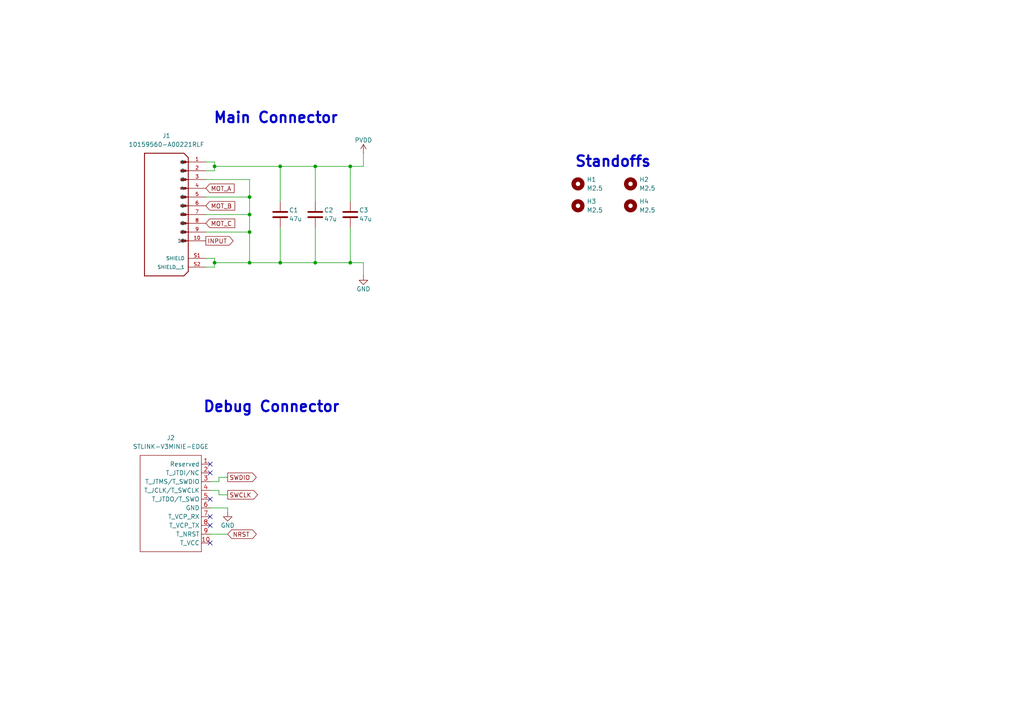
<source format=kicad_sch>
(kicad_sch (version 20231120) (generator "eeschema") (generator_version "8.0")
  (paper "A4")
  (title_block (title "Easy BLDC") (date "2024-08-06") (rev "2.0") (company "Peter Buckley Engineering"))
  (lib_symbols
    (symbol "Device:C" (pin_numbers hide) (pin_names (offset 0.254))
      (property "Reference" "C" (at 0.635 2.54 0))
      (property "Value" "C" (at 0.635 -2.54 0))
      (symbol "C_0_1"
        (polyline (pts (xy -2.032 -0.762) (xy 2.032 -0.762)) (stroke (width 0.508)))
        (polyline (pts (xy -2.032 0.762) (xy 2.032 0.762)) (stroke (width 0.508)))
      )
      (symbol "C_1_1"
        (pin passive line (at 0 3.81 270) (length 2.794) (name "~") (number "1"))
        (pin passive line (at 0 -3.81 90) (length 2.794) (name "~") (number "2"))
      )
    )
    (symbol "EasyBLDC:10159560-A00221RLF" (pin_names (offset 1.016))
      (property "Reference" "J" (at 0 16.51 0))
      (property "Value" "10159560-A00221RLF" (at 0 -22.86 0))
      (symbol "10159560-A00221RLF_0_0"
        (polyline (pts (xy 0 -19.05) (xy 1.27 -20.32)) (stroke (width 0.254)))
        (polyline (pts (xy 0 -10.16) (xy 1.905 -10.16)) (stroke (width 0.254)))
        (polyline (pts (xy 0 -7.62) (xy 1.905 -7.62)) (stroke (width 0.254)))
        (polyline (pts (xy 0 -5.08) (xy 1.905 -5.08)) (stroke (width 0.254)))
        (polyline (pts (xy 0 -2.54) (xy 1.905 -2.54)) (stroke (width 0.254)))
        (polyline (pts (xy 0 0) (xy 1.905 0)) (stroke (width 0.254)))
        (polyline (pts (xy 0 2.54) (xy 1.905 2.54)) (stroke (width 0.254)))
        (polyline (pts (xy 0 5.08) (xy 1.905 5.08)) (stroke (width 0.254)))
        (polyline (pts (xy 0 7.62) (xy 1.905 7.62)) (stroke (width 0.254)))
        (polyline (pts (xy 0 10.16) (xy 1.905 10.16)) (stroke (width 0.254)))
        (polyline (pts (xy 0 12.7) (xy 0 -19.05)) (stroke (width 0.254)))
        (polyline (pts (xy 0 12.7) (xy 1.905 12.7)) (stroke (width 0.254)))
        (polyline (pts (xy 0 13.97) (xy 0 12.7)) (stroke (width 0.254)))
        (polyline (pts (xy 0 13.97) (xy 1.27 15.24)) (stroke (width 0.254)))
        (polyline (pts (xy 1.27 -20.32) (xy 12.7 -20.32)) (stroke (width 0.254)))
        (polyline (pts (xy 12.7 -20.32) (xy 12.7 15.24)) (stroke (width 0.254)))
        (polyline (pts (xy 12.7 15.24) (xy 1.27 15.24)) (stroke (width 0.254)))
        (rectangle (start 0.635 -10.4775) (end 2.2225 -9.8425) (stroke (width 0.1)) (fill (type outline)))
        (rectangle (start 0.635 -7.9375) (end 2.2225 -7.3025) (stroke (width 0.1)) (fill (type outline)))
        (rectangle (start 0.635 -5.3975) (end 2.2225 -4.7625) (stroke (width 0.1)) (fill (type outline)))
        (rectangle (start 0.635 -2.8575) (end 2.2225 -2.2225) (stroke (width 0.1)) (fill (type outline)))
        (rectangle (start 0.635 -0.3175) (end 2.2225 0.3175) (stroke (width 0.1)) (fill (type outline)))
        (rectangle (start 0.635 2.2225) (end 2.2225 2.8575) (stroke (width 0.1)) (fill (type outline)))
        (rectangle (start 0.635 4.7625) (end 2.2225 5.3975) (stroke (width 0.1)) (fill (type outline)))
        (rectangle (start 0.635 7.3025) (end 2.2225 7.9375) (stroke (width 0.1)) (fill (type outline)))
        (rectangle (start 0.635 9.8425) (end 2.2225 10.4775) (stroke (width 0.1)) (fill (type outline)))
        (rectangle (start 0.635 12.3825) (end 2.2225 13.0175) (stroke (width 0.1)) (fill (type outline)))
        (pin power_in line (at -5.08 12.7 0) (length 5.08) (name "1") (number "1"))
        (pin power_in line (at -5.08 -10.16 0) (length 5.08) (name "10") (number "10"))
        (pin power_in line (at -5.08 10.16 0) (length 5.08) (name "2") (number "2"))
        (pin power_in line (at -5.08 7.62 0) (length 5.08) (name "3") (number "3"))
        (pin power_in line (at -5.08 5.08 0) (length 5.08) (name "4") (number "4"))
        (pin power_in line (at -5.08 2.54 0) (length 5.08) (name "5") (number "5"))
        (pin power_in line (at -5.08 0 0) (length 5.08) (name "6") (number "6"))
        (pin power_in line (at -5.08 -2.54 0) (length 5.08) (name "7") (number "7"))
        (pin power_in line (at -5.08 -5.08 0) (length 5.08) (name "8") (number "8"))
        (pin power_in line (at -5.08 -7.62 0) (length 5.08) (name "9") (number "9"))
        (pin passive line (at -5.08 -15.24 0) (length 5.08) (name "SHIELD") (number "S1"))
        (pin passive line (at -5.08 -17.78 0) (length 5.08) (name "SHIELD__1") (number "S2"))
      )
    )
    (symbol "EasyBLDC:STLINK-V3MINIE-EDGE"
      (property "Reference" "J" (at 0 17.78 0))
      (property "Value" "STLINK-V3MINIE-EDGE" (at 0 15.24 0))
      (symbol "STLINK-V3MINIE-EDGE_0_1"
        (rectangle (start -8.89 13.97) (end 8.89 -13.97))
      )
      (symbol "STLINK-V3MINIE-EDGE_1_1"
        (pin input line (at -11.43 11.43 0) (length 2.54) (name "Reserved") (number "1"))
        (pin input line (at -11.43 -11.43 0) (length 2.54) (name "T_VCC") (number "10"))
        (pin input line (at -11.43 8.89 0) (length 2.54) (name "T_JTDI/NC") (number "2"))
        (pin input line (at -11.43 6.35 0) (length 2.54) (name "T_JTMS/T_SWDIO") (number "3"))
        (pin input line (at -11.43 3.81 0) (length 2.54) (name "T_JCLK/T_SWCLK") (number "4"))
        (pin input line (at -11.43 1.27 0) (length 2.54) (name "T_JTDO/T_SWO") (number "5"))
        (pin input line (at -11.43 -1.27 0) (length 2.54) (name "GND") (number "6"))
        (pin input line (at -11.43 -3.81 0) (length 2.54) (name "T_VCP_RX") (number "7"))
        (pin input line (at -11.43 -6.35 0) (length 2.54) (name "T_VCP_TX") (number "8"))
        (pin input line (at -11.43 -8.89 0) (length 2.54) (name "T_NRST") (number "9"))
      )
    )
    (symbol "Mechanical:MountingHole" (pin_names (offset 1.016)) (exclude_from_sim yes) (in_bom no)
      (property "Reference" "H" (at 0 5.08 0))
      (property "Value" "MountingHole" (at 0 3.175 0))
      (symbol "MountingHole_0_1"
        (circle (center 0 0) (radius 1.27) (stroke (width 1.27)))
      )
    )
    (symbol "power:GND" (power) (pin_numbers hide) (pin_names (offset 0) hide)
      (property "Value" "GND" (at 0 -3.81 0))
      (symbol "GND_0_1"
        (polyline (pts (xy 0 0) (xy 0 -1.27) (xy 1.27 -1.27) (xy 0 -2.54) (xy -1.27 -1.27) (xy 0 -1.27)))
      )
      (symbol "GND_1_1"
        (pin power_in line (at 0 0 270) (length 0) (name "~") (number "1"))
      )
    )
    (symbol "power:VDC" (power) (pin_numbers hide) (pin_names (offset 0) hide)
      (property "Value" "VDC" (at 0 3.556 0))
      (symbol "VDC_0_1"
        (polyline (pts (xy -0.762 1.27) (xy 0 2.54)))
        (polyline (pts (xy 0 0) (xy 0 2.54)))
        (polyline (pts (xy 0 2.54) (xy 0.762 1.27)))
      )
      (symbol "VDC_1_1"
        (pin power_in line (at 0 0 90) (length 0) (name "~") (number "1"))
      )
    )
  )
  (junction (at 101.6 76.2))
  (junction (at 81.28 76.2))
  (junction (at 81.28 48.26))
  (junction (at 91.44 76.2))
  (junction (at 62.23 48.26))
  (junction (at 72.39 57.15))
  (junction (at 62.23 76.2))
  (junction (at 72.39 67.31))
  (junction (at 101.6 48.26))
  (junction (at 72.39 62.23))
  (junction (at 91.44 48.26))
  (junction (at 72.39 76.2))
  (no_connect (at 60.96 134.62))
  (no_connect (at 60.96 137.16))
  (no_connect (at 60.96 144.78))
  (no_connect (at 60.96 152.4))
  (no_connect (at 60.96 149.86))
  (no_connect (at 60.96 157.48))
  (wire (pts (xy 60.96 154.94) (xy 66.04 154.94)))
  (wire (pts (xy 59.69 52.07) (xy 72.39 52.07)))
  (wire (pts (xy 63.5 142.24) (xy 63.5 143.51)))
  (wire (pts (xy 105.41 44.45) (xy 105.41 48.26)))
  (wire (pts (xy 101.6 76.2) (xy 105.41 76.2)))
  (wire (pts (xy 62.23 77.47) (xy 59.69 77.47)))
  (wire (pts (xy 72.39 57.15) (xy 72.39 62.23)))
  (wire (pts (xy 91.44 48.26) (xy 101.6 48.26)))
  (wire (pts (xy 81.28 66.04) (xy 81.28 76.2)))
  (wire (pts (xy 63.5 139.7) (xy 63.5 138.43)))
  (wire (pts (xy 59.69 57.15) (xy 72.39 57.15)))
  (wire (pts (xy 59.69 67.31) (xy 72.39 67.31)))
  (wire (pts (xy 59.69 74.93) (xy 62.23 74.93)))
  (wire (pts (xy 105.41 76.2) (xy 105.41 80.01)))
  (wire (pts (xy 59.69 49.53) (xy 62.23 49.53)))
  (wire (pts (xy 60.96 147.32) (xy 66.04 147.32)))
  (wire (pts (xy 60.96 139.7) (xy 63.5 139.7)))
  (wire (pts (xy 91.44 58.42) (xy 91.44 48.26)))
  (wire (pts (xy 62.23 49.53) (xy 62.23 48.26)))
  (wire (pts (xy 62.23 76.2) (xy 62.23 77.47)))
  (wire (pts (xy 60.96 142.24) (xy 63.5 142.24)))
  (wire (pts (xy 81.28 76.2) (xy 91.44 76.2)))
  (wire (pts (xy 72.39 62.23) (xy 72.39 67.31)))
  (wire (pts (xy 63.5 138.43) (xy 66.04 138.43)))
  (wire (pts (xy 72.39 52.07) (xy 72.39 57.15)))
  (wire (pts (xy 62.23 76.2) (xy 72.39 76.2)))
  (wire (pts (xy 91.44 76.2) (xy 101.6 76.2)))
  (wire (pts (xy 62.23 48.26) (xy 81.28 48.26)))
  (wire (pts (xy 72.39 76.2) (xy 81.28 76.2)))
  (wire (pts (xy 101.6 48.26) (xy 105.41 48.26)))
  (wire (pts (xy 101.6 58.42) (xy 101.6 48.26)))
  (wire (pts (xy 72.39 67.31) (xy 72.39 76.2)))
  (wire (pts (xy 66.04 147.32) (xy 66.04 148.59)))
  (wire (pts (xy 63.5 143.51) (xy 66.04 143.51)))
  (wire (pts (xy 91.44 66.04) (xy 91.44 76.2)))
  (wire (pts (xy 62.23 74.93) (xy 62.23 76.2)))
  (wire (pts (xy 62.23 46.99) (xy 59.69 46.99)))
  (wire (pts (xy 101.6 66.04) (xy 101.6 76.2)))
  (wire (pts (xy 62.23 48.26) (xy 62.23 46.99)))
  (wire (pts (xy 59.69 62.23) (xy 72.39 62.23)))
  (wire (pts (xy 81.28 48.26) (xy 91.44 48.26)))
  (wire (pts (xy 81.28 58.42) (xy 81.28 48.26)))
  (text "Main Connector" (at 80.01 34.29 0) (effects (font (size 3.048 3.048) (bold yes))))
  (text "Standoffs" (at 177.8 46.99 0) (effects (font (size 3.048 3.048) (bold yes))))
  (text "Debug Connector" (at 78.74 118.11 0) (effects (font (size 3.048 3.048) (bold yes))))
  (global_label "MOT_A" (shape input) (at 59.69 54.61 0) (property "Intersheetrefs" "${INTERSHEET_REFS}" (effects (hide yes))))
  (global_label "INPUT" (shape output) (at 59.69 69.85 0) (property "Intersheetrefs" "${INTERSHEET_REFS}" (effects (hide yes))))
  (global_label "SWDIO" (shape output) (at 66.04 138.43 0) (property "Intersheetrefs" "${INTERSHEET_REFS}" (effects (hide yes))))
  (global_label "MOT_B" (shape input) (at 59.69 59.69 0) (property "Intersheetrefs" "${INTERSHEET_REFS}" (effects (hide yes))))
  (global_label "SWCLK" (shape output) (at 66.04 143.51 0) (property "Intersheetrefs" "${INTERSHEET_REFS}" (effects (hide yes))))
  (global_label "MOT_C" (shape input) (at 59.69 64.77 0) (property "Intersheetrefs" "${INTERSHEET_REFS}" (effects (hide yes))))
  (global_label "NRST" (shape bidirectional) (at 66.04 154.94 0) (property "Intersheetrefs" "${INTERSHEET_REFS}" (effects (hide yes))))
  (symbol (lib_id "power:GND") (at 66.04 148.59 0) (unit 1)
    (property "Reference" "#PWR03" (effects (hide yes)))
    (property "Value" "GND" (at 66.04 152.4 0))
    (property "Description" "Power symbol creates a global label with name \"GND\" , ground" (effects (hide yes)))
  )
  (symbol (lib_id "Mechanical:MountingHole") (at 182.88 59.69 0) (unit 1) (exclude_from_sim yes) (in_bom no)
    (property "Reference" "H4" (at 185.42 58.4199 0) (effects (justify left)))
    (property "Value" "M2.5" (at 185.42 60.9599 0) (effects (justify left)))
    (property "Footprint" "MountingHole:MountingHole_2.7mm_M2.5_ISO7380" (effects (hide yes)))
    (property "Description" "Mounting Hole without connection" (effects (hide yes)))
  )
  (symbol (lib_id "Mechanical:MountingHole") (at 167.64 53.34 0) (unit 1) (exclude_from_sim yes) (in_bom no)
    (property "Reference" "H1" (at 170.18 52.0699 0) (effects (justify left)))
    (property "Value" "M2.5" (at 170.18 54.6099 0) (effects (justify left)))
    (property "Footprint" "MountingHole:MountingHole_2.7mm_M2.5_ISO7380" (effects (hide yes)))
    (property "Description" "Mounting Hole without connection" (effects (hide yes)))
  )
  (symbol (lib_id "EasyBLDC:STLINK-V3MINIE-EDGE") (at 49.53 146.05 0) (mirror y) (unit 1)
    (property "Reference" "J2" (at 49.53 127 0))
    (property "Value" "STLINK-V3MINIE-EDGE" (at 49.53 129.54 0))
    (property "Footprint" "EasyBLDC:STLINK-V3MINIE-EDGE" (effects (hide yes)))
  )
  (symbol (lib_id "Mechanical:MountingHole") (at 182.88 53.34 0) (unit 1) (exclude_from_sim yes) (in_bom no)
    (property "Reference" "H2" (at 185.42 52.0699 0) (effects (justify left)))
    (property "Value" "M2.5" (at 185.42 54.6099 0) (effects (justify left)))
    (property "Footprint" "MountingHole:MountingHole_2.7mm_M2.5_ISO7380" (effects (hide yes)))
    (property "Description" "Mounting Hole without connection" (effects (hide yes)))
  )
  (symbol (lib_id "power:VDC") (at 105.41 44.45 0) (unit 1)
    (property "Reference" "#PWR01" (effects (hide yes)))
    (property "Value" "PVDD" (at 105.41 40.64 0))
    (property "Description" "Power symbol creates a global label with name \"VDC\"" (effects (hide yes)))
  )
  (symbol (lib_id "Mechanical:MountingHole") (at 167.64 59.69 0) (unit 1) (exclude_from_sim yes) (in_bom no)
    (property "Reference" "H3" (at 170.18 58.4199 0) (effects (justify left)))
    (property "Value" "M2.5" (at 170.18 60.9599 0) (effects (justify left)))
    (property "Footprint" "MountingHole:MountingHole_2.7mm_M2.5_ISO7380" (effects (hide yes)))
    (property "Description" "Mounting Hole without connection" (effects (hide yes)))
  )
  (symbol (lib_id "Device:C") (at 101.6 62.23 0) (unit 1)
    (property "Reference" "C3" (at 104.14 60.96 0) (effects (justify left)))
    (property "Value" "47u" (at 104.14 63.5 0) (effects (justify left)))
    (property "Footprint" "Capacitor_SMD:C_1206_3216Metric" (effects (hide yes)))
    (property "Description" "Unpolarized capacitor" (effects (hide yes)))
  )
  (symbol (lib_id "power:GND") (at 105.41 80.01 0) (unit 1)
    (property "Reference" "#PWR02" (effects (hide yes)))
    (property "Value" "GND" (at 105.41 83.82 0))
    (property "Description" "Power symbol creates a global label with name \"GND\" , ground" (effects (hide yes)))
  )
  (symbol (lib_id "EasyBLDC:10159560-A00221RLF") (at 54.61 59.69 0) (mirror y) (unit 1)
    (property "Reference" "J1" (at 48.26 39.37 0))
    (property "Value" "10159560-A00221RLF" (at 48.26 41.91 0))
    (property "Footprint" "EasyBLDC:AMPHENOL_10159560-A00221RLF" (effects (hide yes)))
    (property "PARTREV" "C" (effects (hide yes)))
    (property "STANDARD" "Manufacturer Recommendations" (effects (hide yes)))
    (property "MAXIMUM_PACKAGE_HEIGHT" "5.70mm" (effects (hide yes)))
    (property "MANUFACTURER" "Amphenol ICC" (effects (hide yes)))
  )
  (symbol (lib_id "Device:C") (at 91.44 62.23 0) (unit 1)
    (property "Reference" "C2" (at 93.98 60.96 0) (effects (justify left)))
    (property "Value" "47u" (at 93.98 63.5 0) (effects (justify left)))
    (property "Footprint" "Capacitor_SMD:C_1206_3216Metric" (effects (hide yes)))
    (property "Description" "Unpolarized capacitor" (effects (hide yes)))
  )
  (symbol (lib_id "Device:C") (at 81.28 62.23 0) (unit 1)
    (property "Reference" "C1" (at 83.82 60.96 0) (effects (justify left)))
    (property "Value" "47u" (at 83.82 63.5 0) (effects (justify left)))
    (property "Footprint" "Capacitor_SMD:C_1206_3216Metric" (effects (hide yes)))
    (property "Description" "Unpolarized capacitor" (effects (hide yes)))
  )
)
</source>
